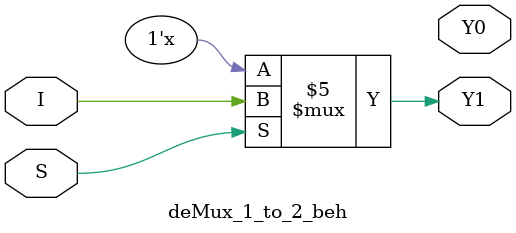
<source format=v>

module deMux_1_to_2_beh(I, S, Y0, Y1);
input I; input S;
output Y0, Y1; reg Y0, Y1;
always @ (I or S)
begin
case(S)
1'b0 : begin YO = I; end
1'b1 : begin Y1 = I; end
endcase
end
endmodule
</source>
